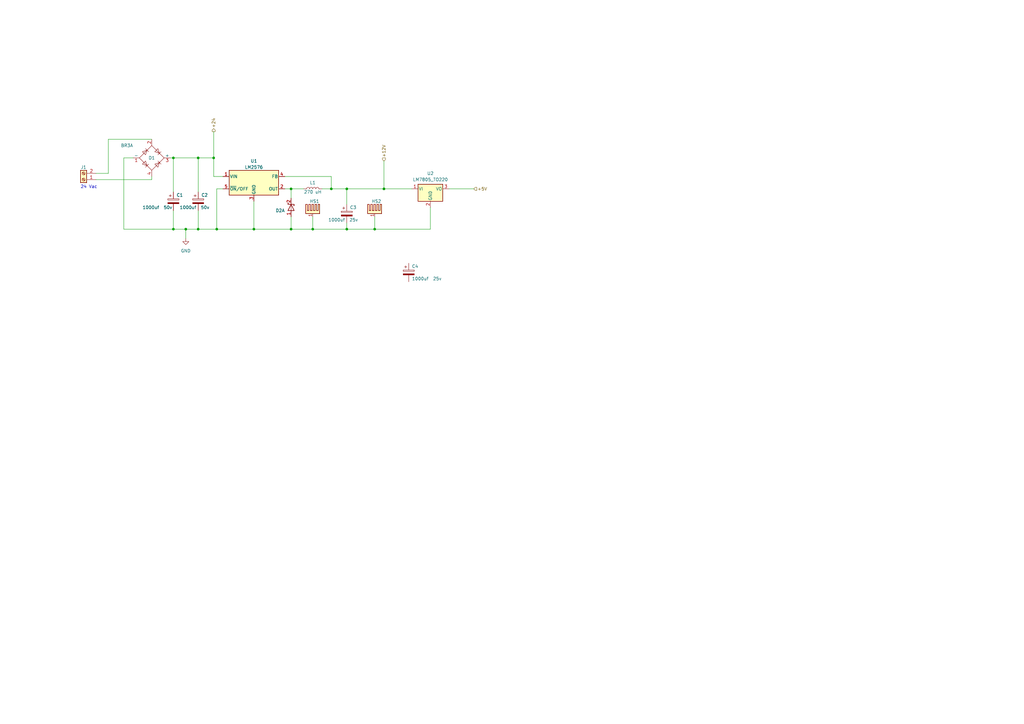
<source format=kicad_sch>
(kicad_sch (version 20230121) (generator eeschema)
  (paper "A3")
  (title_block (title "POWER CIRCUIT") (date "2023-04-01") (rev "Ahmed Adel") (company "Empironics") (comment 1 "Copy rights reserved by Ahmed Adel"))
  (lib_symbols
    (symbol "Connector:Screw_Terminal_01x02" (pin_names (offset 1.016) hide)
      (property "Reference" "J" (at 0 2.54 0))
      (property "Value" "Screw_Terminal_01x02" (at 0 -5.08 0))
      (symbol "Screw_Terminal_01x02_1_1"
        (rectangle (start -1.27 1.27) (end 1.27 -3.81) (stroke (width 0.254)) (fill (type background)))
        (circle (center 0 -2.54) (radius 0.635) (stroke (width 0.1524)))
        (polyline (pts (xy -0.5334 -2.2098) (xy 0.3302 -3.048)) (stroke (width 0.1524)))
        (polyline (pts (xy -0.5334 0.3302) (xy 0.3302 -0.508)) (stroke (width 0.1524)))
        (polyline (pts (xy -0.3556 -2.032) (xy 0.508 -2.8702)) (stroke (width 0.1524)))
        (polyline (pts (xy -0.3556 0.508) (xy 0.508 -0.3302)) (stroke (width 0.1524)))
        (circle (center 0 0) (radius 0.635) (stroke (width 0.1524)))
        (pin passive line (at -5.08 0 0) (length 3.81) (name "Pin_1") (number "1"))
        (pin passive line (at -5.08 -2.54 0) (length 3.81) (name "Pin_2") (number "2"))
      )
    )
    (symbol "Device:C_Polarized" (pin_numbers hide) (pin_names (offset 0.254))
      (property "Reference" "C" (at 0.635 2.54 0))
      (property "Value" "C_Polarized" (at 0.635 -2.54 0))
      (symbol "C_Polarized_0_1"
        (rectangle (start -2.286 0.508) (end 2.286 1.016))
        (polyline (pts (xy -1.778 2.286) (xy -0.762 2.286)))
        (polyline (pts (xy -1.27 2.794) (xy -1.27 1.778)))
        (rectangle (start 2.286 -0.508) (end -2.286 -1.016) (fill (type outline)))
      )
      (symbol "C_Polarized_1_1"
        (pin passive line (at 0 3.81 270) (length 2.794) (name "~") (number "1"))
        (pin passive line (at 0 -3.81 90) (length 2.794) (name "~") (number "2"))
      )
    )
    (symbol "Device:D_Schottky_Dual_CommonCathode_AKA_Split" (pin_names (offset 0.762) hide)
      (property "Reference" "D" (at 0 2.54 0))
      (property "Value" "D_Schottky_Dual_CommonCathode_AKA_Split" (at 0 -2.54 0))
      (symbol "D_Schottky_Dual_CommonCathode_AKA_Split_0_1"
        (polyline (pts (xy -1.27 1.27) (xy 1.27 0) (xy -1.27 -1.27) (xy -1.27 1.27) (xy -1.27 1.27) (xy -1.27 1.27)) (stroke (width 0.254)))
        (polyline (pts (xy 1.778 1.016) (xy 1.778 1.27) (xy 1.27 1.27) (xy 1.27 -1.27) (xy 0.762 -1.27) (xy 0.762 -1.016)) (stroke (width 0.254)))
      )
      (symbol "D_Schottky_Dual_CommonCathode_AKA_Split_1_1"
        (polyline (pts (xy 1.27 0) (xy -1.27 0)))
        (pin passive line (at -3.81 0 0) (length 2.54) (name "A") (number "1"))
        (pin passive line (at 3.81 0 180) (length 2.54) (name "K") (number "2"))
      )
      (symbol "D_Schottky_Dual_CommonCathode_AKA_Split_2_0"
        (polyline (pts (xy 3.81 0) (xy -1.27 0)))
        (text "2" (at 2.54 1.27 0) (effects (font (size 1.27 1.27))))
      )
      (symbol "D_Schottky_Dual_CommonCathode_AKA_Split_2_1"
        (pin passive line (at -3.81 0 0) (length 2.54) (name "K") (number "3"))
      )
    )
    (symbol "Device:L" (pin_numbers hide) (pin_names (offset 1.016) hide)
      (property "Reference" "L" (at -1.27 0 90))
      (property "Value" "L" (at 1.905 0 90))
      (symbol "L_0_1"
        (arc (start 0 -2.54) (mid 0.6323 -1.905) (end 0 -1.27))
        (arc (start 0 -1.27) (mid 0.6323 -0.635) (end 0 0))
        (arc (start 0 0) (mid 0.6323 0.635) (end 0 1.27))
        (arc (start 0 1.27) (mid 0.6323 1.905) (end 0 2.54))
      )
      (symbol "L_1_1"
        (pin passive line (at 0 3.81 270) (length 1.27) (name "1") (number "1"))
        (pin passive line (at 0 -3.81 90) (length 1.27) (name "2") (number "2"))
      )
    )
    (symbol "Diode_Bridge:B40C2300-1500B" (pin_names (offset 0))
      (property "Reference" "D" (at 2.54 6.985 0))
      (property "Value" "B40C2300-1500B" (at 2.54 5.08 0))
      (symbol "B40C2300-1500B_0_1"
        (polyline (pts (xy -2.54 3.81) (xy -1.27 2.54)))
        (polyline (pts (xy -1.27 -2.54) (xy -2.54 -3.81)))
        (polyline (pts (xy 2.54 -1.27) (xy 3.81 -2.54)))
        (polyline (pts (xy 2.54 1.27) (xy 3.81 2.54)))
        (polyline (pts (xy -3.81 2.54) (xy -2.54 1.27) (xy -1.905 3.175) (xy -3.81 2.54)))
        (polyline (pts (xy -2.54 -1.27) (xy -3.81 -2.54) (xy -1.905 -3.175) (xy -2.54 -1.27)))
        (polyline (pts (xy 1.27 2.54) (xy 2.54 3.81) (xy 3.175 1.905) (xy 1.27 2.54)))
        (polyline (pts (xy 3.175 -1.905) (xy 1.27 -2.54) (xy 2.54 -3.81) (xy 3.175 -1.905)))
        (polyline (pts (xy -5.08 0) (xy 0 -5.08) (xy 5.08 0) (xy 0 5.08) (xy -5.08 0)))
      )
      (symbol "B40C2300-1500B_1_1"
        (pin passive line (at -7.62 0 0) (length 2.54) (name "-") (number "1"))
        (pin passive line (at 0 7.62 270) (length 2.54) (name "~") (number "2"))
        (pin passive line (at 7.62 0 180) (length 2.54) (name "+") (number "3"))
        (pin passive line (at 0 -7.62 90) (length 2.54) (name "~") (number "4"))
      )
    )
    (symbol "Mechanical:Heatsink_Pad" (pin_names (offset 0))
      (property "Reference" "HS" (at 0 5.715 0))
      (property "Value" "Heatsink_Pad" (at 0 3.81 0))
      (symbol "Heatsink_Pad_0_1"
        (polyline (pts (xy -0.3302 0) (xy -0.9652 0) (xy -0.9652 2.54) (xy -1.6002 2.54) (xy -1.6002 0) (xy -2.2352 0) (xy -2.2352 2.54) (xy -2.8702 2.54) (xy -2.8702 -1.27) (xy -0.9652 -1.27)) (stroke (width 0.254)) (fill (type background)))
        (polyline (pts (xy -0.3302 0) (xy -0.3302 2.54) (xy 0.3048 2.54) (xy 0.3048 0) (xy 0.9398 0) (xy 0.9398 2.54) (xy 1.5748 2.54) (xy 1.5748 0) (xy 2.2098 0) (xy 2.2098 2.54) (xy 2.8448 2.54) (xy 2.8448 -1.27) (xy -0.9652 -1.27)) (stroke (width 0.254)) (fill (type background)))
      )
      (symbol "Heatsink_Pad_1_1"
        (pin passive line (at 0 -2.54 90) (length 1.27) (name "~") (number "1"))
      )
    )
    (symbol "Regulator_Linear:LM7805_TO220" (pin_names (offset 0.254))
      (property "Reference" "U" (at -3.81 3.175 0))
      (property "Value" "LM7805_TO220" (at 0 3.175 0))
      (symbol "LM7805_TO220_0_1"
        (rectangle (start -5.08 1.905) (end 5.08 -5.08) (stroke (width 0.254)) (fill (type background)))
      )
      (symbol "LM7805_TO220_1_1"
        (pin power_in line (at -7.62 0 0) (length 2.54) (name "VI") (number "1"))
        (pin power_in line (at 0 -7.62 90) (length 2.54) (name "GND") (number "2"))
        (pin power_out line (at 7.62 0 180) (length 2.54) (name "VO") (number "3"))
      )
    )
    (symbol "Regulator_Switching:LM2575-12BT" (pin_names (offset 0.254))
      (property "Reference" "U" (at -10.16 6.35 0))
      (property "Value" "LM2575-12BT" (at 0 6.35 0))
      (symbol "LM2575-12BT_0_1"
        (rectangle (start -10.16 5.08) (end 10.16 -5.08) (stroke (width 0.254)) (fill (type background)))
      )
      (symbol "LM2575-12BT_1_1"
        (pin power_in line (at -12.7 2.54 0) (length 2.54) (name "VIN") (number "1"))
        (pin output line (at 12.7 -2.54 180) (length 2.54) (name "OUT") (number "2"))
        (pin power_in line (at 0 -7.62 90) (length 2.54) (name "GND") (number "3"))
        (pin input line (at 12.7 2.54 180) (length 2.54) (name "FB") (number "4"))
        (pin input line (at -12.7 -2.54 0) (length 2.54) (name "~{ON}/OFF") (number "5"))
      )
    )
    (symbol "power:GND" (power) (pin_names (offset 0))
      (property "Value" "GND" (at 0 -3.81 0))
      (symbol "GND_0_1"
        (polyline (pts (xy 0 0) (xy 0 -1.27) (xy 1.27 -1.27) (xy 0 -2.54) (xy -1.27 -1.27) (xy 0 -1.27)))
      )
      (symbol "GND_1_1"
        (pin power_in line (at 0 0 270) (length 0) hide (name "GND") (number "1"))
      )
    )
  )
  (junction (at 119.38 93.98))
  (junction (at 157.48 77.47))
  (junction (at 142.24 93.98))
  (junction (at 87.63 64.77))
  (junction (at 119.38 77.47))
  (junction (at 71.12 64.77))
  (junction (at 88.9 93.98))
  (junction (at 81.28 93.98))
  (junction (at 135.89 77.47))
  (junction (at 76.2 93.98))
  (junction (at 142.24 77.47))
  (junction (at 128.27 93.98))
  (junction (at 71.12 93.98))
  (junction (at 153.67 93.98))
  (junction (at 81.28 64.77))
  (junction (at 104.14 93.98))
  (wire (pts (xy 88.9 77.47) (xy 88.9 93.98)))
  (wire (pts (xy 142.24 93.98) (xy 128.27 93.98)))
  (wire (pts (xy 135.89 77.47) (xy 142.24 77.47)))
  (wire (pts (xy 88.9 93.98) (xy 81.28 93.98)))
  (wire (pts (xy 153.67 88.9) (xy 153.67 93.98)))
  (wire (pts (xy 44.45 57.15) (xy 44.45 71.12)))
  (wire (pts (xy 62.23 57.15) (xy 44.45 57.15)))
  (wire (pts (xy 157.48 77.47) (xy 168.91 77.47)))
  (wire (pts (xy 132.08 77.47) (xy 135.89 77.47)))
  (wire (pts (xy 76.2 93.98) (xy 76.2 97.79)))
  (wire (pts (xy 71.12 93.98) (xy 76.2 93.98)))
  (wire (pts (xy 142.24 91.44) (xy 142.24 93.98)))
  (wire (pts (xy 91.44 77.47) (xy 88.9 77.47)))
  (wire (pts (xy 71.12 64.77) (xy 81.28 64.77)))
  (wire (pts (xy 81.28 86.36) (xy 81.28 93.98)))
  (wire (pts (xy 104.14 93.98) (xy 88.9 93.98)))
  (wire (pts (xy 87.63 72.39) (xy 91.44 72.39)))
  (wire (pts (xy 69.85 64.77) (xy 71.12 64.77)))
  (wire (pts (xy 142.24 77.47) (xy 142.24 83.82)))
  (wire (pts (xy 119.38 88.9) (xy 119.38 93.98)))
  (wire (pts (xy 81.28 64.77) (xy 81.28 78.74)))
  (wire (pts (xy 142.24 77.47) (xy 157.48 77.47)))
  (wire (pts (xy 119.38 77.47) (xy 124.46 77.47)))
  (wire (pts (xy 81.28 64.77) (xy 87.63 64.77)))
  (wire (pts (xy 50.8 93.98) (xy 71.12 93.98)))
  (wire (pts (xy 157.48 66.04) (xy 157.48 77.47)))
  (wire (pts (xy 104.14 82.55) (xy 104.14 93.98)))
  (wire (pts (xy 62.23 72.39) (xy 62.23 73.66)))
  (wire (pts (xy 44.45 71.12) (xy 39.37 71.12)))
  (wire (pts (xy 128.27 93.98) (xy 119.38 93.98)))
  (wire (pts (xy 81.28 93.98) (xy 76.2 93.98)))
  (wire (pts (xy 119.38 77.47) (xy 119.38 81.28)))
  (wire (pts (xy 62.23 73.66) (xy 39.37 73.66)))
  (wire (pts (xy 116.84 77.47) (xy 119.38 77.47)))
  (wire (pts (xy 71.12 86.36) (xy 71.12 93.98)))
  (wire (pts (xy 50.8 64.77) (xy 50.8 93.98)))
  (wire (pts (xy 176.53 93.98) (xy 153.67 93.98)))
  (wire (pts (xy 128.27 88.9) (xy 128.27 93.98)))
  (wire (pts (xy 153.67 93.98) (xy 142.24 93.98)))
  (wire (pts (xy 176.53 85.09) (xy 176.53 93.98)))
  (wire (pts (xy 71.12 64.77) (xy 71.12 78.74)))
  (wire (pts (xy 135.89 72.39) (xy 135.89 77.47)))
  (wire (pts (xy 87.63 64.77) (xy 87.63 72.39)))
  (wire (pts (xy 184.15 77.47) (xy 194.31 77.47)))
  (wire (pts (xy 116.84 72.39) (xy 135.89 72.39)))
  (wire (pts (xy 87.63 53.975) (xy 87.63 64.77)))
  (wire (pts (xy 54.61 64.77) (xy 50.8 64.77)))
  (wire (pts (xy 119.38 93.98) (xy 104.14 93.98)))
  (text "24 Vac" (at 33.02 77.47 0) (effects (font (size 1.27 1.27)) (justify left bottom)))
  (hierarchical_label "+24" (shape output) (at 87.63 53.975 90))
  (hierarchical_label "+5V" (shape input) (at 194.31 77.47 0))
  (hierarchical_label "+12V" (shape input) (at 157.48 66.04 90))
  (symbol (lib_id "power:GND") (at 76.2 97.79 0) (unit 1)
    (property "Reference" "#PWR01" (effects hide))
    (property "Value" "GND" (at 76.2 102.87 0))
  )
  (symbol (lib_id "Mechanical:Heatsink_Pad") (at 128.27 86.36 0) (unit 1)
    (property "Reference" "HS1" (at 127 82.55 0) (effects (justify left)))
    (property "Value" "Heatsink_Pad" (effects hide))
  )
  (symbol (lib_id "Device:C_Polarized") (at 71.12 82.55 0) (unit 1)
    (property "Reference" "C1" (at 72.39 80.01 0) (effects (justify left)))
    (property "Value" "1000uf  50v" (at 58.42 85.09 0) (effects (justify left)))
  )
  (symbol (lib_id "Diode_Bridge:B40C2300-1500B") (at 62.23 64.77 0) (unit 1)
    (property "Reference" "D1" (at 62.23 64.77 0))
    (property "Value" "BR3A" (at 52.07 59.69 0))
    (property "Footprint" "Diode_THT:Diode_Bridge_19.0x3.5x10.0mm_P5.0mm" (effects hide))
    (property "Datasheet" "https://diotec.com/tl_files/diotec/files/pdf/datasheets/b40c2300.pdf" (effects hide))
  )
  (symbol (lib_id "Mechanical:Heatsink_Pad") (at 153.67 86.36 0) (unit 1)
    (property "Reference" "HS2" (at 152.4 82.55 0) (effects (justify left)))
    (property "Value" "Heatsink_Pad" (effects hide))
  )
  (symbol (lib_id "Regulator_Switching:LM2575-12BT") (at 104.14 74.93 0) (unit 1)
    (property "Reference" "U1" (at 104.14 66.04 0))
    (property "Value" "LM2576" (at 104.14 68.58 0))
    (property "Footprint" "Package_TO_SOT_THT:TO-220-5_Vertical" (effects hide))
    (property "Datasheet" "http://ww1.microchip.com/downloads/en/DeviceDoc/lm2575.pdf" (effects hide))
  )
  (symbol (lib_id "Regulator_Linear:LM7805_TO220") (at 176.53 77.47 0) (unit 1)
    (property "Reference" "U2" (at 176.53 71.12 0))
    (property "Value" "LM7805_TO220" (at 176.53 73.66 0))
    (property "Footprint" "Package_TO_SOT_THT:TO-220-3_Vertical" (effects hide))
    (property "Datasheet" "https://www.onsemi.cn/PowerSolutions/document/MC7800-D.PDF" (effects hide))
  )
  (symbol (lib_id "Connector:Screw_Terminal_01x02") (at 34.29 73.66 180) (unit 1)
    (property "Reference" "J1" (at 34.29 68.58 0))
    (property "Value" "Screw_Terminal_01x02" (effects hide))
  )
  (symbol (lib_id "Device:C_Polarized") (at 167.64 111.76 0) (unit 1)
    (property "Reference" "C4" (at 168.91 109.22 0) (effects (justify left)))
    (property "Value" "1000uf  25v" (at 168.91 114.3 0) (effects (justify left)))
  )
  (symbol (lib_id "Device:C_Polarized") (at 81.28 82.55 0) (unit 1)
    (property "Reference" "C2" (at 82.55 80.01 0) (effects (justify left)))
    (property "Value" "1000uf  50v" (at 73.66 85.09 0) (effects (justify left)))
  )
  (symbol (lib_id "Device:L") (at 128.27 77.47 90) (unit 1)
    (property "Reference" "L1" (at 128.27 74.93 90))
    (property "Value" "270 uH" (at 128.27 78.74 90))
  )
  (symbol (lib_id "Device:D_Schottky_Dual_CommonCathode_AKA_Split") (at 119.38 85.09 90) (unit 1)
    (property "Reference" "D2" (at 113.03 86.36 90) (effects (justify right)))
    (property "Value" "D_Schottky_Dual_CommonCathode_AKA_Split" (effects hide))
  )
  (symbol (lib_id "Device:C_Polarized") (at 142.24 87.63 0) (unit 1)
    (property "Reference" "C3" (at 143.51 85.09 0) (effects (justify left)))
    (property "Value" "1000uf  25v" (at 134.62 90.17 0) (effects (justify left)))
  )
)
</source>
